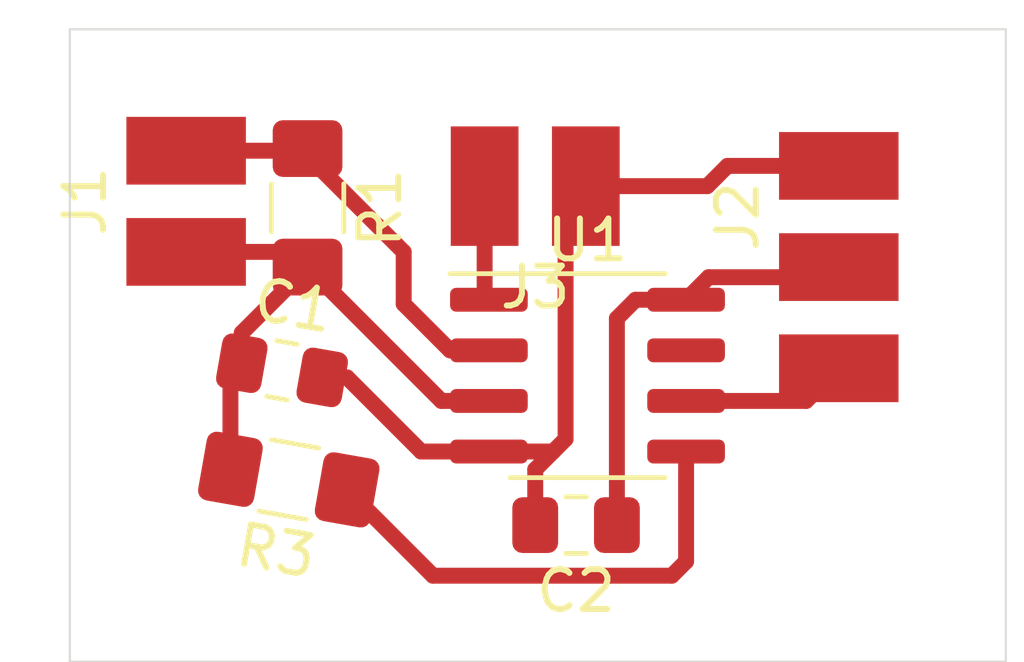
<source format=kicad_pcb>
(kicad_pcb (version 20171130) (host pcbnew 5.1.6-1.fc31)

  (general
    (thickness 1.6)
    (drawings 4)
    (tracks 41)
    (zones 0)
    (modules 8)
    (nets 8)
  )

  (page A4)
  (layers
    (0 F.Cu signal)
    (31 B.Cu signal)
    (32 B.Adhes user)
    (33 F.Adhes user)
    (34 B.Paste user)
    (35 F.Paste user)
    (36 B.SilkS user)
    (37 F.SilkS user)
    (38 B.Mask user)
    (39 F.Mask user)
    (40 Dwgs.User user)
    (41 Cmts.User user)
    (42 Eco1.User user)
    (43 Eco2.User user)
    (44 Edge.Cuts user)
    (45 Margin user)
    (46 B.CrtYd user)
    (47 F.CrtYd user)
    (48 B.Fab user)
    (49 F.Fab user)
  )

  (setup
    (last_trace_width 0.4)
    (user_trace_width 0.4)
    (trace_clearance 0.2)
    (zone_clearance 0.508)
    (zone_45_only no)
    (trace_min 0.2)
    (via_size 0.8)
    (via_drill 0.4)
    (via_min_size 0.4)
    (via_min_drill 0.3)
    (uvia_size 0.3)
    (uvia_drill 0.1)
    (uvias_allowed no)
    (uvia_min_size 0.2)
    (uvia_min_drill 0.1)
    (edge_width 0.05)
    (segment_width 0.2)
    (pcb_text_width 0.3)
    (pcb_text_size 1.5 1.5)
    (mod_edge_width 0.12)
    (mod_text_size 1 1)
    (mod_text_width 0.15)
    (pad_size 1.524 1.524)
    (pad_drill 0.762)
    (pad_to_mask_clearance 0.05)
    (aux_axis_origin 0 0)
    (visible_elements FFFFFF7F)
    (pcbplotparams
      (layerselection 0x010fc_ffffffff)
      (usegerberextensions false)
      (usegerberattributes true)
      (usegerberadvancedattributes true)
      (creategerberjobfile true)
      (excludeedgelayer false)
      (linewidth 0.100000)
      (plotframeref false)
      (viasonmask false)
      (mode 1)
      (useauxorigin false)
      (hpglpennumber 1)
      (hpglpenspeed 20)
      (hpglpendiameter 15.000000)
      (psnegative false)
      (psa4output false)
      (plotreference true)
      (plotvalue true)
      (plotinvisibletext false)
      (padsonsilk false)
      (subtractmaskfromsilk false)
      (outputformat 5)
      (mirror true)
      (drillshape 0)
      (scaleselection 1)
      (outputdirectory ""))
  )

  (net 0 "")
  (net 1 GND)
  (net 2 /PIEZO-)
  (net 3 VCC)
  (net 4 /PIEZO+)
  (net 5 /OUT)
  (net 6 /DW)
  (net 7 "Net-(R3-Pad1)")

  (net_class Default "This is the default net class."
    (clearance 0.2)
    (trace_width 0.25)
    (via_dia 0.8)
    (via_drill 0.4)
    (uvia_dia 0.3)
    (uvia_drill 0.1)
    (add_net /DW)
    (add_net /OUT)
    (add_net /PIEZO+)
    (add_net /PIEZO-)
    (add_net GND)
    (add_net "Net-(R3-Pad1)")
    (add_net VCC)
  )

  (module Resistor_SMD:R_1206_3216Metric_Pad1.42x1.75mm_HandSolder (layer F.Cu) (tedit 5B301BBD) (tstamp 5EFBA5BB)
    (at 24.4205 28.575 170)
    (descr "Resistor SMD 1206 (3216 Metric), square (rectangular) end terminal, IPC_7351 nominal with elongated pad for handsoldering. (Body size source: http://www.tortai-tech.com/upload/download/2011102023233369053.pdf), generated with kicad-footprint-generator")
    (tags "resistor handsolder")
    (path /5EFB8AF6)
    (attr smd)
    (fp_text reference R3 (at 0 -1.82 170) (layer F.SilkS)
      (effects (font (size 1 1) (thickness 0.15)))
    )
    (fp_text value 22k (at 0 1.82 170) (layer F.Fab)
      (effects (font (size 1 1) (thickness 0.15)))
    )
    (fp_text user %R (at 0 0 170) (layer F.Fab)
      (effects (font (size 0.8 0.8) (thickness 0.12)))
    )
    (fp_line (start -1.6 0.8) (end -1.6 -0.8) (layer F.Fab) (width 0.1))
    (fp_line (start -1.6 -0.8) (end 1.6 -0.8) (layer F.Fab) (width 0.1))
    (fp_line (start 1.6 -0.8) (end 1.6 0.8) (layer F.Fab) (width 0.1))
    (fp_line (start 1.6 0.8) (end -1.6 0.8) (layer F.Fab) (width 0.1))
    (fp_line (start -0.602064 -0.91) (end 0.602064 -0.91) (layer F.SilkS) (width 0.12))
    (fp_line (start -0.602064 0.91) (end 0.602064 0.91) (layer F.SilkS) (width 0.12))
    (fp_line (start -2.45 1.12) (end -2.45 -1.12) (layer F.CrtYd) (width 0.05))
    (fp_line (start -2.45 -1.12) (end 2.45 -1.12) (layer F.CrtYd) (width 0.05))
    (fp_line (start 2.45 -1.12) (end 2.45 1.12) (layer F.CrtYd) (width 0.05))
    (fp_line (start 2.45 1.12) (end -2.45 1.12) (layer F.CrtYd) (width 0.05))
    (pad 2 smd roundrect (at 1.4875 0 170) (size 1.425 1.75) (layers F.Cu F.Paste F.Mask) (roundrect_rratio 0.175439)
      (net 2 /PIEZO-))
    (pad 1 smd roundrect (at -1.4875 0 170) (size 1.425 1.75) (layers F.Cu F.Paste F.Mask) (roundrect_rratio 0.175439)
      (net 7 "Net-(R3-Pad1)"))
    (model ${KISYS3DMOD}/Resistor_SMD.3dshapes/R_1206_3216Metric.wrl
      (at (xyz 0 0 0))
      (scale (xyz 1 1 1))
      (rotate (xyz 0 0 0))
    )
  )

  (module Capacitor_SMD:C_0805_2012Metric_Pad1.15x1.40mm_HandSolder (layer F.Cu) (tedit 5B36C52B) (tstamp 5EF3A3DD)
    (at 24.250428 25.831989 350)
    (descr "Capacitor SMD 0805 (2012 Metric), square (rectangular) end terminal, IPC_7351 nominal with elongated pad for handsoldering. (Body size source: https://docs.google.com/spreadsheets/d/1BsfQQcO9C6DZCsRaXUlFlo91Tg2WpOkGARC1WS5S8t0/edit?usp=sharing), generated with kicad-footprint-generator")
    (tags "capacitor handsolder")
    (path /5EF4B09A)
    (attr smd)
    (fp_text reference C1 (at 0 -1.65 170) (layer F.SilkS)
      (effects (font (size 1 1) (thickness 0.15)))
    )
    (fp_text value 10u (at 0 1.65 170) (layer F.Fab)
      (effects (font (size 1 1) (thickness 0.15)))
    )
    (fp_line (start 1.85 0.95) (end -1.85 0.95) (layer F.CrtYd) (width 0.05))
    (fp_line (start 1.85 -0.95) (end 1.85 0.95) (layer F.CrtYd) (width 0.05))
    (fp_line (start -1.85 -0.95) (end 1.85 -0.95) (layer F.CrtYd) (width 0.05))
    (fp_line (start -1.85 0.95) (end -1.85 -0.95) (layer F.CrtYd) (width 0.05))
    (fp_line (start -0.261252 0.71) (end 0.261252 0.71) (layer F.SilkS) (width 0.12))
    (fp_line (start -0.261252 -0.71) (end 0.261252 -0.71) (layer F.SilkS) (width 0.12))
    (fp_line (start 1 0.6) (end -1 0.6) (layer F.Fab) (width 0.1))
    (fp_line (start 1 -0.6) (end 1 0.6) (layer F.Fab) (width 0.1))
    (fp_line (start -1 -0.6) (end 1 -0.6) (layer F.Fab) (width 0.1))
    (fp_line (start -1 0.6) (end -1 -0.6) (layer F.Fab) (width 0.1))
    (fp_text user %R (at 0 0 170) (layer F.Fab)
      (effects (font (size 0.5 0.5) (thickness 0.08)))
    )
    (pad 2 smd roundrect (at 1.025 0 350) (size 1.15 1.4) (layers F.Cu F.Paste F.Mask) (roundrect_rratio 0.217391)
      (net 1 GND))
    (pad 1 smd roundrect (at -1.025 0 350) (size 1.15 1.4) (layers F.Cu F.Paste F.Mask) (roundrect_rratio 0.217391)
      (net 2 /PIEZO-))
    (model ${KISYS3DMOD}/Capacitor_SMD.3dshapes/C_0805_2012Metric.wrl
      (at (xyz 0 0 0))
      (scale (xyz 1 1 1))
      (rotate (xyz 0 0 0))
    )
  )

  (module Package_SO:SOIC-8_3.9x4.9mm_P1.27mm (layer F.Cu) (tedit 5D9F72B1) (tstamp 5EF398FD)
    (at 31.919001 25.966001)
    (descr "SOIC, 8 Pin (JEDEC MS-012AA, https://www.analog.com/media/en/package-pcb-resources/package/pkg_pdf/soic_narrow-r/r_8.pdf), generated with kicad-footprint-generator ipc_gullwing_generator.py")
    (tags "SOIC SO")
    (path /5EF3435F)
    (attr smd)
    (fp_text reference U1 (at 0 -3.4) (layer F.SilkS)
      (effects (font (size 1 1) (thickness 0.15)))
    )
    (fp_text value ATtiny13A-SSU (at 0 3.4) (layer F.Fab)
      (effects (font (size 1 1) (thickness 0.15)))
    )
    (fp_line (start 3.7 -2.7) (end -3.7 -2.7) (layer F.CrtYd) (width 0.05))
    (fp_line (start 3.7 2.7) (end 3.7 -2.7) (layer F.CrtYd) (width 0.05))
    (fp_line (start -3.7 2.7) (end 3.7 2.7) (layer F.CrtYd) (width 0.05))
    (fp_line (start -3.7 -2.7) (end -3.7 2.7) (layer F.CrtYd) (width 0.05))
    (fp_line (start -1.95 -1.475) (end -0.975 -2.45) (layer F.Fab) (width 0.1))
    (fp_line (start -1.95 2.45) (end -1.95 -1.475) (layer F.Fab) (width 0.1))
    (fp_line (start 1.95 2.45) (end -1.95 2.45) (layer F.Fab) (width 0.1))
    (fp_line (start 1.95 -2.45) (end 1.95 2.45) (layer F.Fab) (width 0.1))
    (fp_line (start -0.975 -2.45) (end 1.95 -2.45) (layer F.Fab) (width 0.1))
    (fp_line (start 0 -2.56) (end -3.45 -2.56) (layer F.SilkS) (width 0.12))
    (fp_line (start 0 -2.56) (end 1.95 -2.56) (layer F.SilkS) (width 0.12))
    (fp_line (start 0 2.56) (end -1.95 2.56) (layer F.SilkS) (width 0.12))
    (fp_line (start 0 2.56) (end 1.95 2.56) (layer F.SilkS) (width 0.12))
    (fp_text user %R (at 0 0) (layer F.Fab)
      (effects (font (size 0.98 0.98) (thickness 0.15)))
    )
    (pad 8 smd roundrect (at 2.475 -1.905) (size 1.95 0.6) (layers F.Cu F.Paste F.Mask) (roundrect_rratio 0.25)
      (net 3 VCC))
    (pad 7 smd roundrect (at 2.475 -0.635) (size 1.95 0.6) (layers F.Cu F.Paste F.Mask) (roundrect_rratio 0.25))
    (pad 6 smd roundrect (at 2.475 0.635) (size 1.95 0.6) (layers F.Cu F.Paste F.Mask) (roundrect_rratio 0.25)
      (net 5 /OUT))
    (pad 5 smd roundrect (at 2.475 1.905) (size 1.95 0.6) (layers F.Cu F.Paste F.Mask) (roundrect_rratio 0.25)
      (net 7 "Net-(R3-Pad1)"))
    (pad 4 smd roundrect (at -2.475 1.905) (size 1.95 0.6) (layers F.Cu F.Paste F.Mask) (roundrect_rratio 0.25)
      (net 1 GND))
    (pad 3 smd roundrect (at -2.475 0.635) (size 1.95 0.6) (layers F.Cu F.Paste F.Mask) (roundrect_rratio 0.25)
      (net 2 /PIEZO-))
    (pad 2 smd roundrect (at -2.475 -0.635) (size 1.95 0.6) (layers F.Cu F.Paste F.Mask) (roundrect_rratio 0.25)
      (net 4 /PIEZO+))
    (pad 1 smd roundrect (at -2.475 -1.905) (size 1.95 0.6) (layers F.Cu F.Paste F.Mask) (roundrect_rratio 0.25)
      (net 6 /DW))
    (model ${KISYS3DMOD}/Package_SO.3dshapes/SOIC-8_3.9x4.9mm_P1.27mm.wrl
      (at (xyz 0 0 0))
      (scale (xyz 1 1 1))
      (rotate (xyz 0 0 0))
    )
  )

  (module Resistor_SMD:R_1206_3216Metric_Pad1.42x1.75mm_HandSolder (layer F.Cu) (tedit 5B301BBD) (tstamp 5EF398D2)
    (at 24.892 21.7535 270)
    (descr "Resistor SMD 1206 (3216 Metric), square (rectangular) end terminal, IPC_7351 nominal with elongated pad for handsoldering. (Body size source: http://www.tortai-tech.com/upload/download/2011102023233369053.pdf), generated with kicad-footprint-generator")
    (tags "resistor handsolder")
    (path /5EF3558A)
    (attr smd)
    (fp_text reference R1 (at 0 -1.82 90) (layer F.SilkS)
      (effects (font (size 1 1) (thickness 0.15)))
    )
    (fp_text value 120k (at 0 1.82 90) (layer F.Fab)
      (effects (font (size 1 1) (thickness 0.15)))
    )
    (fp_line (start 2.45 1.12) (end -2.45 1.12) (layer F.CrtYd) (width 0.05))
    (fp_line (start 2.45 -1.12) (end 2.45 1.12) (layer F.CrtYd) (width 0.05))
    (fp_line (start -2.45 -1.12) (end 2.45 -1.12) (layer F.CrtYd) (width 0.05))
    (fp_line (start -2.45 1.12) (end -2.45 -1.12) (layer F.CrtYd) (width 0.05))
    (fp_line (start -0.602064 0.91) (end 0.602064 0.91) (layer F.SilkS) (width 0.12))
    (fp_line (start -0.602064 -0.91) (end 0.602064 -0.91) (layer F.SilkS) (width 0.12))
    (fp_line (start 1.6 0.8) (end -1.6 0.8) (layer F.Fab) (width 0.1))
    (fp_line (start 1.6 -0.8) (end 1.6 0.8) (layer F.Fab) (width 0.1))
    (fp_line (start -1.6 -0.8) (end 1.6 -0.8) (layer F.Fab) (width 0.1))
    (fp_line (start -1.6 0.8) (end -1.6 -0.8) (layer F.Fab) (width 0.1))
    (fp_text user %R (at 0 0 90) (layer F.Fab)
      (effects (font (size 0.8 0.8) (thickness 0.12)))
    )
    (pad 2 smd roundrect (at 1.4875 0 270) (size 1.425 1.75) (layers F.Cu F.Paste F.Mask) (roundrect_rratio 0.175439)
      (net 2 /PIEZO-))
    (pad 1 smd roundrect (at -1.4875 0 270) (size 1.425 1.75) (layers F.Cu F.Paste F.Mask) (roundrect_rratio 0.175439)
      (net 4 /PIEZO+))
    (model ${KISYS3DMOD}/Resistor_SMD.3dshapes/R_1206_3216Metric.wrl
      (at (xyz 0 0 0))
      (scale (xyz 1 1 1))
      (rotate (xyz 0 0 0))
    )
  )

  (module tinychargeamp:edgeconn2 (layer F.Cu) (tedit 5EF33BF7) (tstamp 5EF398C1)
    (at 30.607 21.209 90)
    (path /5EF36097)
    (fp_text reference J3 (at -2.54 0) (layer F.SilkS)
      (effects (font (size 1 1) (thickness 0.15)))
    )
    (fp_text value Conn_01x02 (at 0 -2.54 90) (layer F.Fab)
      (effects (font (size 1 1) (thickness 0.15)))
    )
    (pad 2 smd rect (at 0 1.27 90) (size 3 1.7) (layers F.Cu F.Paste F.Mask)
      (net 1 GND))
    (pad 1 smd rect (at 0 -1.27 90) (size 3 1.7) (layers F.Cu F.Paste F.Mask)
      (net 6 /DW))
  )

  (module tinychargeamp:edgeconn3 (layer F.Cu) (tedit 5EF33F6D) (tstamp 5EF398BB)
    (at 38.227 21.971)
    (path /5EF364F0)
    (fp_text reference J2 (at -2.54 0 90) (layer F.SilkS)
      (effects (font (size 1 1) (thickness 0.15)))
    )
    (fp_text value Conn_01x03 (at 0 -2.54) (layer F.Fab)
      (effects (font (size 1 1) (thickness 0.15)))
    )
    (pad 3 smd rect (at 0 3.81) (size 3 1.7) (layers F.Cu F.Paste F.Mask)
      (net 5 /OUT))
    (pad 1 smd rect (at 0 -1.27) (size 3 1.7) (layers F.Cu F.Paste F.Mask)
      (net 1 GND))
    (pad 2 smd rect (at 0 1.27) (size 3 1.7) (layers F.Cu F.Paste F.Mask)
      (net 3 VCC))
  )

  (module tinychargeamp:edgeconn2 (layer F.Cu) (tedit 5EF33BF7) (tstamp 5EF398B4)
    (at 21.844 21.59)
    (path /5EF37727)
    (fp_text reference J1 (at -2.54 0 90) (layer F.SilkS)
      (effects (font (size 1 1) (thickness 0.15)))
    )
    (fp_text value Conn_01x02 (at 0 -2.54) (layer F.Fab)
      (effects (font (size 1 1) (thickness 0.15)))
    )
    (pad 2 smd rect (at 0 1.27) (size 3 1.7) (layers F.Cu F.Paste F.Mask)
      (net 2 /PIEZO-))
    (pad 1 smd rect (at 0 -1.27) (size 3 1.7) (layers F.Cu F.Paste F.Mask)
      (net 4 /PIEZO+))
  )

  (module Capacitor_SMD:C_0805_2012Metric_Pad1.15x1.40mm_HandSolder (layer F.Cu) (tedit 5B36C52B) (tstamp 5EF3989B)
    (at 31.632 29.718 180)
    (descr "Capacitor SMD 0805 (2012 Metric), square (rectangular) end terminal, IPC_7351 nominal with elongated pad for handsoldering. (Body size source: https://docs.google.com/spreadsheets/d/1BsfQQcO9C6DZCsRaXUlFlo91Tg2WpOkGARC1WS5S8t0/edit?usp=sharing), generated with kicad-footprint-generator")
    (tags "capacitor handsolder")
    (path /5EF37005)
    (attr smd)
    (fp_text reference C2 (at 0 -1.65) (layer F.SilkS)
      (effects (font (size 1 1) (thickness 0.15)))
    )
    (fp_text value 1u (at 0 1.65) (layer F.Fab)
      (effects (font (size 1 1) (thickness 0.15)))
    )
    (fp_line (start 1.85 0.95) (end -1.85 0.95) (layer F.CrtYd) (width 0.05))
    (fp_line (start 1.85 -0.95) (end 1.85 0.95) (layer F.CrtYd) (width 0.05))
    (fp_line (start -1.85 -0.95) (end 1.85 -0.95) (layer F.CrtYd) (width 0.05))
    (fp_line (start -1.85 0.95) (end -1.85 -0.95) (layer F.CrtYd) (width 0.05))
    (fp_line (start -0.261252 0.71) (end 0.261252 0.71) (layer F.SilkS) (width 0.12))
    (fp_line (start -0.261252 -0.71) (end 0.261252 -0.71) (layer F.SilkS) (width 0.12))
    (fp_line (start 1 0.6) (end -1 0.6) (layer F.Fab) (width 0.1))
    (fp_line (start 1 -0.6) (end 1 0.6) (layer F.Fab) (width 0.1))
    (fp_line (start -1 -0.6) (end 1 -0.6) (layer F.Fab) (width 0.1))
    (fp_line (start -1 0.6) (end -1 -0.6) (layer F.Fab) (width 0.1))
    (fp_text user %R (at 0 0) (layer F.Fab)
      (effects (font (size 0.5 0.5) (thickness 0.08)))
    )
    (pad 2 smd roundrect (at 1.025 0 180) (size 1.15 1.4) (layers F.Cu F.Paste F.Mask) (roundrect_rratio 0.217391)
      (net 1 GND))
    (pad 1 smd roundrect (at -1.025 0 180) (size 1.15 1.4) (layers F.Cu F.Paste F.Mask) (roundrect_rratio 0.217391)
      (net 3 VCC))
    (model ${KISYS3DMOD}/Capacitor_SMD.3dshapes/C_0805_2012Metric.wrl
      (at (xyz 0 0 0))
      (scale (xyz 1 1 1))
      (rotate (xyz 0 0 0))
    )
  )

  (gr_line (start 18.923 33.147) (end 18.923 17.272) (layer Edge.Cuts) (width 0.05) (tstamp 5EF3A4CF))
  (gr_line (start 42.418 33.147) (end 18.923 33.147) (layer Edge.Cuts) (width 0.05))
  (gr_line (start 42.418 17.272) (end 42.418 33.147) (layer Edge.Cuts) (width 0.05))
  (gr_line (start 18.923 17.272) (end 42.418 17.272) (layer Edge.Cuts) (width 0.05))

  (segment (start 29.444001 27.871001) (end 31.056999 27.871001) (width 0.4) (layer F.Cu) (net 1))
  (segment (start 31.056999 27.871001) (end 31.369 27.559) (width 0.4) (layer F.Cu) (net 1))
  (segment (start 31.369 21.717) (end 31.877 21.209) (width 0.4) (layer F.Cu) (net 1))
  (segment (start 31.369 27.559) (end 31.369 21.717) (width 0.4) (layer F.Cu) (net 1))
  (segment (start 30.607 28.321) (end 31.056999 27.871001) (width 0.4) (layer F.Cu) (net 1))
  (segment (start 30.607 29.718) (end 30.607 28.321) (width 0.4) (layer F.Cu) (net 1))
  (segment (start 31.877 21.209) (end 34.925 21.209) (width 0.4) (layer F.Cu) (net 1))
  (segment (start 35.433 20.701) (end 38.227 20.701) (width 0.4) (layer F.Cu) (net 1))
  (segment (start 34.925 21.209) (end 35.433 20.701) (width 0.4) (layer F.Cu) (net 1))
  (segment (start 25.259856 26.009978) (end 25.882978 26.009978) (width 0.4) (layer F.Cu) (net 1))
  (segment (start 27.744001 27.871001) (end 29.444001 27.871001) (width 0.4) (layer F.Cu) (net 1))
  (segment (start 25.882978 26.009978) (end 27.744001 27.871001) (width 0.4) (layer F.Cu) (net 1))
  (segment (start 24.511 22.86) (end 24.892 23.241) (width 0.4) (layer F.Cu) (net 2))
  (segment (start 21.844 22.86) (end 24.511 22.86) (width 0.4) (layer F.Cu) (net 2))
  (segment (start 34.394001 27.871001) (end 34.394001 30.629999) (width 0.4) (layer F.Cu) (net 7))
  (segment (start 34.394001 30.629999) (end 34.036 30.988) (width 0.4) (layer F.Cu) (net 7))
  (segment (start 28.252001 26.601001) (end 24.892 23.241) (width 0.4) (layer F.Cu) (net 2))
  (segment (start 29.444001 26.601001) (end 28.252001 26.601001) (width 0.4) (layer F.Cu) (net 2))
  (segment (start 23.241 24.892) (end 24.892 23.241) (width 0.4) (layer F.Cu) (net 2))
  (segment (start 23.241 25.654) (end 23.241 24.892) (width 0.4) (layer F.Cu) (net 2))
  (segment (start 22.955598 25.939402) (end 23.241 25.654) (width 0.4) (layer F.Cu) (net 2))
  (segment (start 22.955598 28.316698) (end 22.955598 25.939402) (width 0.4) (layer F.Cu) (net 2))
  (segment (start 32.657 29.718) (end 32.657 24.529) (width 0.4) (layer F.Cu) (net 3))
  (segment (start 33.124999 24.061001) (end 34.394001 24.061001) (width 0.4) (layer F.Cu) (net 3))
  (segment (start 32.657 24.529) (end 33.124999 24.061001) (width 0.4) (layer F.Cu) (net 3))
  (segment (start 34.394001 24.061001) (end 34.960002 23.495) (width 0.4) (layer F.Cu) (net 3))
  (segment (start 37.973 23.495) (end 38.227 23.241) (width 0.4) (layer F.Cu) (net 3))
  (segment (start 34.960002 23.495) (end 37.973 23.495) (width 0.4) (layer F.Cu) (net 3))
  (segment (start 24.892 20.266) (end 24.892 20.447) (width 0.4) (layer F.Cu) (net 4))
  (segment (start 24.892 20.447) (end 27.305 22.86) (width 0.4) (layer F.Cu) (net 4))
  (segment (start 28.469001 25.331001) (end 29.444001 25.331001) (width 0.4) (layer F.Cu) (net 4))
  (segment (start 27.305 24.167) (end 28.469001 25.331001) (width 0.4) (layer F.Cu) (net 4))
  (segment (start 27.305 22.86) (end 27.305 24.167) (width 0.4) (layer F.Cu) (net 4))
  (segment (start 24.838 20.32) (end 24.892 20.266) (width 0.4) (layer F.Cu) (net 4))
  (segment (start 21.844 20.32) (end 24.838 20.32) (width 0.4) (layer F.Cu) (net 4))
  (segment (start 37.406999 26.601001) (end 38.227 25.781) (width 0.4) (layer F.Cu) (net 5))
  (segment (start 34.394001 26.601001) (end 37.406999 26.601001) (width 0.4) (layer F.Cu) (net 5))
  (segment (start 29.337 23.954) (end 29.444001 24.061001) (width 0.4) (layer F.Cu) (net 6))
  (segment (start 29.337 21.209) (end 29.337 23.954) (width 0.4) (layer F.Cu) (net 6))
  (segment (start 28.0401 30.988) (end 25.885402 28.833302) (width 0.4) (layer F.Cu) (net 7))
  (segment (start 34.036 30.988) (end 28.0401 30.988) (width 0.4) (layer F.Cu) (net 7))

)

</source>
